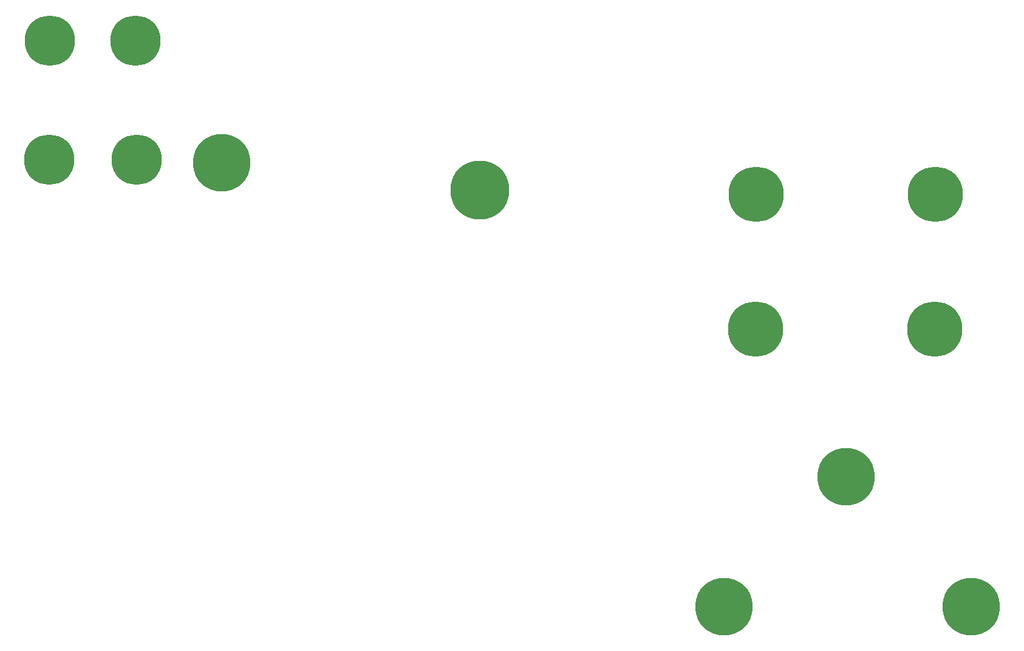
<source format=gbr>
%TF.GenerationSoftware,KiCad,Pcbnew,8.0.8*%
%TF.CreationDate,2025-03-17T16:38:28+00:00*%
%TF.ProjectId,memlnaut_0_1_joystick,6d656d6c-6e61-4757-945f-305f315f6a6f,rev?*%
%TF.SameCoordinates,Original*%
%TF.FileFunction,Copper,L1,Top*%
%TF.FilePolarity,Positive*%
%FSLAX46Y46*%
G04 Gerber Fmt 4.6, Leading zero omitted, Abs format (unit mm)*
G04 Created by KiCad (PCBNEW 8.0.8) date 2025-03-17 16:38:28*
%MOMM*%
%LPD*%
G01*
G04 APERTURE LIST*
%TA.AperFunction,ComponentPad*%
%ADD10C,8.000000*%
%TD*%
%TA.AperFunction,ComponentPad*%
%ADD11C,7.000000*%
%TD*%
%TA.AperFunction,ComponentPad*%
%ADD12C,7.700000*%
%TD*%
%TA.AperFunction,ComponentPad*%
%ADD13C,8.200000*%
%TD*%
G04 APERTURE END LIST*
D10*
%TO.P,REF\u002A\u002A,*%
%TO.N,*%
X97980000Y-67942500D03*
%TD*%
D11*
%TO.P,REF\u002A\u002A,*%
%TO.N,*%
X73970000Y-67510001D03*
%TD*%
D12*
%TO.P,REF\u002A\u002A,*%
%TO.N,*%
X172410000Y-91150000D03*
%TD*%
D10*
%TO.P,REF\u002A\u002A,*%
%TO.N,*%
X202440000Y-129860000D03*
%TD*%
D11*
%TO.P,REF\u002A\u002A,*%
%TO.N,*%
X86080000Y-67500001D03*
%TD*%
D13*
%TO.P,REF\u002A\u002A,*%
%TO.N,*%
X133980000Y-71750000D03*
%TD*%
D12*
%TO.P,REF\u002A\u002A,*%
%TO.N,*%
X197390000Y-91140000D03*
%TD*%
D10*
%TO.P,REF\u002A\u002A,*%
%TO.N,*%
X185010000Y-111730000D03*
%TD*%
D12*
%TO.P,,*%
%TO.N,*%
X172460000Y-72380000D03*
%TD*%
%TO.P,REF\u002A\u002A,*%
%TO.N,*%
X197440000Y-72370000D03*
%TD*%
D11*
%TO.P,REF\u002A\u002A,*%
%TO.N,*%
X85990000Y-50930001D03*
%TD*%
D10*
%TO.P,REF\u002A\u002A,*%
%TO.N,*%
X167970000Y-129850000D03*
%TD*%
D11*
%TO.P,REF\u002A\u002A,*%
%TO.N,*%
X74010000Y-50960000D03*
%TD*%
M02*

</source>
